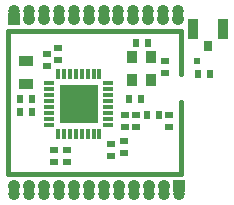
<source format=gts>
G04*
G04 #@! TF.GenerationSoftware,Altium Limited,Altium Designer,21.0.3 (12)*
G04*
G04 Layer_Color=8388736*
%FSLAX24Y24*%
%MOIN*%
G70*
G04*
G04 #@! TF.SameCoordinates,1E16EE85-DA87-49D5-AC5D-84A0441416AD*
G04*
G04*
G04 #@! TF.FilePolarity,Negative*
G04*
G01*
G75*
%ADD26C,0.0170*%
%ADD27R,0.0248X0.0248*%
%ADD28R,0.0228X0.0268*%
%ADD29R,0.0328X0.0708*%
%ADD30R,0.0298X0.0328*%
%ADD31R,0.0348X0.0408*%
%ADD32R,0.0228X0.0268*%
%ADD33R,0.0488X0.0328*%
%ADD34R,0.1268X0.1268*%
%ADD35R,0.0344X0.0138*%
%ADD36R,0.0138X0.0344*%
%ADD37R,0.0268X0.0228*%
%ADD38R,0.0418X0.0418*%
%ADD39O,0.0388X0.0418*%
%ADD40C,0.0418*%
D26*
X6615Y5005D02*
Y6420D01*
X855D02*
X6615D01*
X855Y1665D02*
Y6420D01*
Y1665D02*
X6615D01*
Y4050D01*
D27*
X7165Y5425D02*
D03*
D28*
X7170Y5015D02*
D03*
X1650Y4165D02*
D03*
Y3735D02*
D03*
X5490Y3630D02*
D03*
X5890D02*
D03*
X4885Y4180D02*
D03*
X5285D02*
D03*
X7170Y5015D02*
D03*
X7570D02*
D03*
X5120Y6025D02*
D03*
X5520D02*
D03*
D29*
X7010Y6485D02*
D03*
X8025D02*
D03*
D30*
X7515Y5930D02*
D03*
D31*
X5620Y5560D02*
D03*
X5000Y4810D02*
D03*
Y5560D02*
D03*
X5620Y4810D02*
D03*
D32*
X1250Y4165D02*
D03*
Y3735D02*
D03*
D33*
X1460Y5430D02*
D03*
Y4650D02*
D03*
D34*
X3215Y4005D02*
D03*
D35*
X4200Y4493D02*
D03*
Y4296D02*
D03*
Y4099D02*
D03*
Y3901D02*
D03*
Y3704D02*
D03*
Y3507D02*
D03*
X2225D02*
D03*
Y3704D02*
D03*
Y3901D02*
D03*
Y4099D02*
D03*
Y4296D02*
D03*
Y4493D02*
D03*
X4200Y4690D02*
D03*
Y3310D02*
D03*
X2225D02*
D03*
Y4690D02*
D03*
D36*
X3703Y3010D02*
D03*
X3506D02*
D03*
X3309D02*
D03*
X3111D02*
D03*
X2914D02*
D03*
X2717D02*
D03*
Y4990D02*
D03*
X2914D02*
D03*
X3111D02*
D03*
X3309D02*
D03*
X3506D02*
D03*
X3703D02*
D03*
X3900Y3010D02*
D03*
X2520D02*
D03*
Y4990D02*
D03*
X3900D02*
D03*
D37*
X2135Y5265D02*
D03*
Y5665D02*
D03*
X2530Y5470D02*
D03*
Y5870D02*
D03*
X2395Y2080D02*
D03*
Y2480D02*
D03*
X2810Y2070D02*
D03*
Y2470D02*
D03*
X4285Y2260D02*
D03*
Y2660D02*
D03*
X4730Y2380D02*
D03*
Y2780D02*
D03*
X4735Y3235D02*
D03*
Y3635D02*
D03*
X5125Y3235D02*
D03*
Y3635D02*
D03*
X6225Y3230D02*
D03*
Y3630D02*
D03*
X6075Y5045D02*
D03*
Y5445D02*
D03*
D38*
X1040Y6820D02*
D03*
X6535Y1280D02*
D03*
D39*
X6031Y7095D02*
D03*
X5532D02*
D03*
X5033D02*
D03*
X4534D02*
D03*
X4035D02*
D03*
X3535D02*
D03*
X3036D02*
D03*
X2537D02*
D03*
X2038D02*
D03*
X1539D02*
D03*
X6530D02*
D03*
X1040D02*
D03*
X1544Y1005D02*
D03*
X2043D02*
D03*
X2542D02*
D03*
X3041D02*
D03*
X3540D02*
D03*
X4040D02*
D03*
X4539D02*
D03*
X5038D02*
D03*
X5537D02*
D03*
X6036D02*
D03*
X1045D02*
D03*
X6535D02*
D03*
D40*
X6530Y6820D02*
D03*
X6031D02*
D03*
X5532D02*
D03*
X5033D02*
D03*
X4534D02*
D03*
X4035D02*
D03*
X3535D02*
D03*
X3036D02*
D03*
X2537D02*
D03*
X2038D02*
D03*
X1539D02*
D03*
X1045Y1280D02*
D03*
X1544D02*
D03*
X2043D02*
D03*
X2542D02*
D03*
X3041D02*
D03*
X3540D02*
D03*
X4040D02*
D03*
X4539D02*
D03*
X5038D02*
D03*
X5537D02*
D03*
X6036D02*
D03*
M02*

</source>
